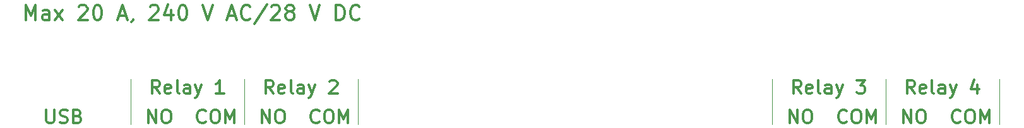
<source format=gto>
%TF.GenerationSoftware,KiCad,Pcbnew,5.1.10-88a1d61d58~90~ubuntu20.04.1*%
%TF.CreationDate,2021-10-18T00:01:49+03:00*%
%TF.ProjectId,PRS_rear_panel,5052535f-7265-4617-925f-70616e656c2e,rev?*%
%TF.SameCoordinates,Original*%
%TF.FileFunction,Legend,Top*%
%TF.FilePolarity,Positive*%
%FSLAX46Y46*%
G04 Gerber Fmt 4.6, Leading zero omitted, Abs format (unit mm)*
G04 Created by KiCad (PCBNEW 5.1.10-88a1d61d58~90~ubuntu20.04.1) date 2021-10-18 00:01:49*
%MOMM*%
%LPD*%
G01*
G04 APERTURE LIST*
%ADD10C,0.350000*%
%ADD11C,0.120000*%
G04 APERTURE END LIST*
D10*
X68703690Y-54904761D02*
X68703690Y-52904761D01*
X69370357Y-54333333D01*
X70037023Y-52904761D01*
X70037023Y-54904761D01*
X71846547Y-54904761D02*
X71846547Y-53857142D01*
X71751309Y-53666666D01*
X71560833Y-53571428D01*
X71179880Y-53571428D01*
X70989404Y-53666666D01*
X71846547Y-54809523D02*
X71656071Y-54904761D01*
X71179880Y-54904761D01*
X70989404Y-54809523D01*
X70894166Y-54619047D01*
X70894166Y-54428571D01*
X70989404Y-54238095D01*
X71179880Y-54142857D01*
X71656071Y-54142857D01*
X71846547Y-54047619D01*
X72608452Y-54904761D02*
X73656071Y-53571428D01*
X72608452Y-53571428D02*
X73656071Y-54904761D01*
X75846547Y-53095238D02*
X75941785Y-53000000D01*
X76132261Y-52904761D01*
X76608452Y-52904761D01*
X76798928Y-53000000D01*
X76894166Y-53095238D01*
X76989404Y-53285714D01*
X76989404Y-53476190D01*
X76894166Y-53761904D01*
X75751309Y-54904761D01*
X76989404Y-54904761D01*
X78227500Y-52904761D02*
X78417976Y-52904761D01*
X78608452Y-53000000D01*
X78703690Y-53095238D01*
X78798928Y-53285714D01*
X78894166Y-53666666D01*
X78894166Y-54142857D01*
X78798928Y-54523809D01*
X78703690Y-54714285D01*
X78608452Y-54809523D01*
X78417976Y-54904761D01*
X78227500Y-54904761D01*
X78037023Y-54809523D01*
X77941785Y-54714285D01*
X77846547Y-54523809D01*
X77751309Y-54142857D01*
X77751309Y-53666666D01*
X77846547Y-53285714D01*
X77941785Y-53095238D01*
X78037023Y-53000000D01*
X78227500Y-52904761D01*
X81179880Y-54333333D02*
X82132261Y-54333333D01*
X80989404Y-54904761D02*
X81656071Y-52904761D01*
X82322738Y-54904761D01*
X83084642Y-54809523D02*
X83084642Y-54904761D01*
X82989404Y-55095238D01*
X82894166Y-55190476D01*
X85370357Y-53095238D02*
X85465595Y-53000000D01*
X85656071Y-52904761D01*
X86132261Y-52904761D01*
X86322738Y-53000000D01*
X86417976Y-53095238D01*
X86513214Y-53285714D01*
X86513214Y-53476190D01*
X86417976Y-53761904D01*
X85275119Y-54904761D01*
X86513214Y-54904761D01*
X88227500Y-53571428D02*
X88227500Y-54904761D01*
X87751309Y-52809523D02*
X87275119Y-54238095D01*
X88513214Y-54238095D01*
X89656071Y-52904761D02*
X89846547Y-52904761D01*
X90037023Y-53000000D01*
X90132261Y-53095238D01*
X90227500Y-53285714D01*
X90322738Y-53666666D01*
X90322738Y-54142857D01*
X90227500Y-54523809D01*
X90132261Y-54714285D01*
X90037023Y-54809523D01*
X89846547Y-54904761D01*
X89656071Y-54904761D01*
X89465595Y-54809523D01*
X89370357Y-54714285D01*
X89275119Y-54523809D01*
X89179880Y-54142857D01*
X89179880Y-53666666D01*
X89275119Y-53285714D01*
X89370357Y-53095238D01*
X89465595Y-53000000D01*
X89656071Y-52904761D01*
X92417976Y-52904761D02*
X93084642Y-54904761D01*
X93751309Y-52904761D01*
X95846547Y-54333333D02*
X96798928Y-54333333D01*
X95656071Y-54904761D02*
X96322738Y-52904761D01*
X96989404Y-54904761D01*
X98798928Y-54714285D02*
X98703690Y-54809523D01*
X98417976Y-54904761D01*
X98227499Y-54904761D01*
X97941785Y-54809523D01*
X97751309Y-54619047D01*
X97656071Y-54428571D01*
X97560833Y-54047619D01*
X97560833Y-53761904D01*
X97656071Y-53380952D01*
X97751309Y-53190476D01*
X97941785Y-53000000D01*
X98227499Y-52904761D01*
X98417976Y-52904761D01*
X98703690Y-53000000D01*
X98798928Y-53095238D01*
X101084642Y-52809523D02*
X99370357Y-55380952D01*
X101656071Y-53095238D02*
X101751309Y-53000000D01*
X101941785Y-52904761D01*
X102417976Y-52904761D01*
X102608452Y-53000000D01*
X102703690Y-53095238D01*
X102798928Y-53285714D01*
X102798928Y-53476190D01*
X102703690Y-53761904D01*
X101560833Y-54904761D01*
X102798928Y-54904761D01*
X103941785Y-53761904D02*
X103751309Y-53666666D01*
X103656071Y-53571428D01*
X103560833Y-53380952D01*
X103560833Y-53285714D01*
X103656071Y-53095238D01*
X103751309Y-53000000D01*
X103941785Y-52904761D01*
X104322738Y-52904761D01*
X104513214Y-53000000D01*
X104608452Y-53095238D01*
X104703690Y-53285714D01*
X104703690Y-53380952D01*
X104608452Y-53571428D01*
X104513214Y-53666666D01*
X104322738Y-53761904D01*
X103941785Y-53761904D01*
X103751309Y-53857142D01*
X103656071Y-53952380D01*
X103560833Y-54142857D01*
X103560833Y-54523809D01*
X103656071Y-54714285D01*
X103751309Y-54809523D01*
X103941785Y-54904761D01*
X104322738Y-54904761D01*
X104513214Y-54809523D01*
X104608452Y-54714285D01*
X104703690Y-54523809D01*
X104703690Y-54142857D01*
X104608452Y-53952380D01*
X104513214Y-53857142D01*
X104322738Y-53761904D01*
X106798928Y-52904761D02*
X107465595Y-54904761D01*
X108132261Y-52904761D01*
X110322738Y-54904761D02*
X110322738Y-52904761D01*
X110798928Y-52904761D01*
X111084642Y-53000000D01*
X111275119Y-53190476D01*
X111370357Y-53380952D01*
X111465595Y-53761904D01*
X111465595Y-54047619D01*
X111370357Y-54428571D01*
X111275119Y-54619047D01*
X111084642Y-54809523D01*
X110798928Y-54904761D01*
X110322738Y-54904761D01*
X113465595Y-54714285D02*
X113370357Y-54809523D01*
X113084642Y-54904761D01*
X112894166Y-54904761D01*
X112608452Y-54809523D01*
X112417976Y-54619047D01*
X112322738Y-54428571D01*
X112227499Y-54047619D01*
X112227499Y-53761904D01*
X112322738Y-53380952D01*
X112417976Y-53190476D01*
X112608452Y-53000000D01*
X112894166Y-52904761D01*
X113084642Y-52904761D01*
X113370357Y-53000000D01*
X113465595Y-53095238D01*
D11*
X184050000Y-62900000D02*
X184050000Y-69000000D01*
D10*
X171162857Y-68814285D02*
X171162857Y-67014285D01*
X172191428Y-68814285D01*
X172191428Y-67014285D01*
X173391428Y-67014285D02*
X173734285Y-67014285D01*
X173905714Y-67100000D01*
X174077142Y-67271428D01*
X174162857Y-67614285D01*
X174162857Y-68214285D01*
X174077142Y-68557142D01*
X173905714Y-68728571D01*
X173734285Y-68814285D01*
X173391428Y-68814285D01*
X173220000Y-68728571D01*
X173048571Y-68557142D01*
X172962857Y-68214285D01*
X172962857Y-67614285D01*
X173048571Y-67271428D01*
X173220000Y-67100000D01*
X173391428Y-67014285D01*
X187941428Y-64814285D02*
X187341428Y-63957142D01*
X186912857Y-64814285D02*
X186912857Y-63014285D01*
X187598571Y-63014285D01*
X187770000Y-63100000D01*
X187855714Y-63185714D01*
X187941428Y-63357142D01*
X187941428Y-63614285D01*
X187855714Y-63785714D01*
X187770000Y-63871428D01*
X187598571Y-63957142D01*
X186912857Y-63957142D01*
X189398571Y-64728571D02*
X189227142Y-64814285D01*
X188884285Y-64814285D01*
X188712857Y-64728571D01*
X188627142Y-64557142D01*
X188627142Y-63871428D01*
X188712857Y-63700000D01*
X188884285Y-63614285D01*
X189227142Y-63614285D01*
X189398571Y-63700000D01*
X189484285Y-63871428D01*
X189484285Y-64042857D01*
X188627142Y-64214285D01*
X190512857Y-64814285D02*
X190341428Y-64728571D01*
X190255714Y-64557142D01*
X190255714Y-63014285D01*
X191970000Y-64814285D02*
X191970000Y-63871428D01*
X191884285Y-63700000D01*
X191712857Y-63614285D01*
X191370000Y-63614285D01*
X191198571Y-63700000D01*
X191970000Y-64728571D02*
X191798571Y-64814285D01*
X191370000Y-64814285D01*
X191198571Y-64728571D01*
X191112857Y-64557142D01*
X191112857Y-64385714D01*
X191198571Y-64214285D01*
X191370000Y-64128571D01*
X191798571Y-64128571D01*
X191970000Y-64042857D01*
X192655714Y-63614285D02*
X193084285Y-64814285D01*
X193512857Y-63614285D02*
X193084285Y-64814285D01*
X192912857Y-65242857D01*
X192827142Y-65328571D01*
X192655714Y-65414285D01*
X196341428Y-63614285D02*
X196341428Y-64814285D01*
X195912857Y-62928571D02*
X195484285Y-64214285D01*
X196598571Y-64214285D01*
X178825714Y-68642857D02*
X178740000Y-68728571D01*
X178482857Y-68814285D01*
X178311428Y-68814285D01*
X178054285Y-68728571D01*
X177882857Y-68557142D01*
X177797142Y-68385714D01*
X177711428Y-68042857D01*
X177711428Y-67785714D01*
X177797142Y-67442857D01*
X177882857Y-67271428D01*
X178054285Y-67100000D01*
X178311428Y-67014285D01*
X178482857Y-67014285D01*
X178740000Y-67100000D01*
X178825714Y-67185714D01*
X179940000Y-67014285D02*
X180282857Y-67014285D01*
X180454285Y-67100000D01*
X180625714Y-67271428D01*
X180711428Y-67614285D01*
X180711428Y-68214285D01*
X180625714Y-68557142D01*
X180454285Y-68728571D01*
X180282857Y-68814285D01*
X179940000Y-68814285D01*
X179768571Y-68728571D01*
X179597142Y-68557142D01*
X179511428Y-68214285D01*
X179511428Y-67614285D01*
X179597142Y-67271428D01*
X179768571Y-67100000D01*
X179940000Y-67014285D01*
X181482857Y-68814285D02*
X181482857Y-67014285D01*
X182082857Y-68300000D01*
X182682857Y-67014285D01*
X182682857Y-68814285D01*
X194065714Y-68642857D02*
X193980000Y-68728571D01*
X193722857Y-68814285D01*
X193551428Y-68814285D01*
X193294285Y-68728571D01*
X193122857Y-68557142D01*
X193037142Y-68385714D01*
X192951428Y-68042857D01*
X192951428Y-67785714D01*
X193037142Y-67442857D01*
X193122857Y-67271428D01*
X193294285Y-67100000D01*
X193551428Y-67014285D01*
X193722857Y-67014285D01*
X193980000Y-67100000D01*
X194065714Y-67185714D01*
X195180000Y-67014285D02*
X195522857Y-67014285D01*
X195694285Y-67100000D01*
X195865714Y-67271428D01*
X195951428Y-67614285D01*
X195951428Y-68214285D01*
X195865714Y-68557142D01*
X195694285Y-68728571D01*
X195522857Y-68814285D01*
X195180000Y-68814285D01*
X195008571Y-68728571D01*
X194837142Y-68557142D01*
X194751428Y-68214285D01*
X194751428Y-67614285D01*
X194837142Y-67271428D01*
X195008571Y-67100000D01*
X195180000Y-67014285D01*
X196722857Y-68814285D02*
X196722857Y-67014285D01*
X197322857Y-68300000D01*
X197922857Y-67014285D01*
X197922857Y-68814285D01*
D11*
X199280000Y-62900000D02*
X199280000Y-69000000D01*
D10*
X172701428Y-64814285D02*
X172101428Y-63957142D01*
X171672857Y-64814285D02*
X171672857Y-63014285D01*
X172358571Y-63014285D01*
X172530000Y-63100000D01*
X172615714Y-63185714D01*
X172701428Y-63357142D01*
X172701428Y-63614285D01*
X172615714Y-63785714D01*
X172530000Y-63871428D01*
X172358571Y-63957142D01*
X171672857Y-63957142D01*
X174158571Y-64728571D02*
X173987142Y-64814285D01*
X173644285Y-64814285D01*
X173472857Y-64728571D01*
X173387142Y-64557142D01*
X173387142Y-63871428D01*
X173472857Y-63700000D01*
X173644285Y-63614285D01*
X173987142Y-63614285D01*
X174158571Y-63700000D01*
X174244285Y-63871428D01*
X174244285Y-64042857D01*
X173387142Y-64214285D01*
X175272857Y-64814285D02*
X175101428Y-64728571D01*
X175015714Y-64557142D01*
X175015714Y-63014285D01*
X176730000Y-64814285D02*
X176730000Y-63871428D01*
X176644285Y-63700000D01*
X176472857Y-63614285D01*
X176130000Y-63614285D01*
X175958571Y-63700000D01*
X176730000Y-64728571D02*
X176558571Y-64814285D01*
X176130000Y-64814285D01*
X175958571Y-64728571D01*
X175872857Y-64557142D01*
X175872857Y-64385714D01*
X175958571Y-64214285D01*
X176130000Y-64128571D01*
X176558571Y-64128571D01*
X176730000Y-64042857D01*
X177415714Y-63614285D02*
X177844285Y-64814285D01*
X178272857Y-63614285D02*
X177844285Y-64814285D01*
X177672857Y-65242857D01*
X177587142Y-65328571D01*
X177415714Y-65414285D01*
X180158571Y-63014285D02*
X181272857Y-63014285D01*
X180672857Y-63700000D01*
X180930000Y-63700000D01*
X181101428Y-63785714D01*
X181187142Y-63871428D01*
X181272857Y-64042857D01*
X181272857Y-64471428D01*
X181187142Y-64642857D01*
X181101428Y-64728571D01*
X180930000Y-64814285D01*
X180415714Y-64814285D01*
X180244285Y-64728571D01*
X180158571Y-64642857D01*
D11*
X168820000Y-62900000D02*
X168820000Y-69000000D01*
D10*
X186402857Y-68814285D02*
X186402857Y-67014285D01*
X187431428Y-68814285D01*
X187431428Y-67014285D01*
X188631428Y-67014285D02*
X188974285Y-67014285D01*
X189145714Y-67100000D01*
X189317142Y-67271428D01*
X189402857Y-67614285D01*
X189402857Y-68214285D01*
X189317142Y-68557142D01*
X189145714Y-68728571D01*
X188974285Y-68814285D01*
X188631428Y-68814285D01*
X188460000Y-68728571D01*
X188288571Y-68557142D01*
X188202857Y-68214285D01*
X188202857Y-67614285D01*
X188288571Y-67271428D01*
X188460000Y-67100000D01*
X188631428Y-67014285D01*
D11*
X113280000Y-62900000D02*
X113280000Y-69000000D01*
X82820000Y-62900000D02*
X82820000Y-69000000D01*
X98050000Y-62900000D02*
X98050000Y-69000000D01*
D10*
X101941428Y-64814285D02*
X101341428Y-63957142D01*
X100912857Y-64814285D02*
X100912857Y-63014285D01*
X101598571Y-63014285D01*
X101770000Y-63100000D01*
X101855714Y-63185714D01*
X101941428Y-63357142D01*
X101941428Y-63614285D01*
X101855714Y-63785714D01*
X101770000Y-63871428D01*
X101598571Y-63957142D01*
X100912857Y-63957142D01*
X103398571Y-64728571D02*
X103227142Y-64814285D01*
X102884285Y-64814285D01*
X102712857Y-64728571D01*
X102627142Y-64557142D01*
X102627142Y-63871428D01*
X102712857Y-63700000D01*
X102884285Y-63614285D01*
X103227142Y-63614285D01*
X103398571Y-63700000D01*
X103484285Y-63871428D01*
X103484285Y-64042857D01*
X102627142Y-64214285D01*
X104512857Y-64814285D02*
X104341428Y-64728571D01*
X104255714Y-64557142D01*
X104255714Y-63014285D01*
X105970000Y-64814285D02*
X105970000Y-63871428D01*
X105884285Y-63700000D01*
X105712857Y-63614285D01*
X105370000Y-63614285D01*
X105198571Y-63700000D01*
X105970000Y-64728571D02*
X105798571Y-64814285D01*
X105370000Y-64814285D01*
X105198571Y-64728571D01*
X105112857Y-64557142D01*
X105112857Y-64385714D01*
X105198571Y-64214285D01*
X105370000Y-64128571D01*
X105798571Y-64128571D01*
X105970000Y-64042857D01*
X106655714Y-63614285D02*
X107084285Y-64814285D01*
X107512857Y-63614285D02*
X107084285Y-64814285D01*
X106912857Y-65242857D01*
X106827142Y-65328571D01*
X106655714Y-65414285D01*
X109484285Y-63185714D02*
X109570000Y-63100000D01*
X109741428Y-63014285D01*
X110170000Y-63014285D01*
X110341428Y-63100000D01*
X110427142Y-63185714D01*
X110512857Y-63357142D01*
X110512857Y-63528571D01*
X110427142Y-63785714D01*
X109398571Y-64814285D01*
X110512857Y-64814285D01*
X108065714Y-68642857D02*
X107980000Y-68728571D01*
X107722857Y-68814285D01*
X107551428Y-68814285D01*
X107294285Y-68728571D01*
X107122857Y-68557142D01*
X107037142Y-68385714D01*
X106951428Y-68042857D01*
X106951428Y-67785714D01*
X107037142Y-67442857D01*
X107122857Y-67271428D01*
X107294285Y-67100000D01*
X107551428Y-67014285D01*
X107722857Y-67014285D01*
X107980000Y-67100000D01*
X108065714Y-67185714D01*
X109180000Y-67014285D02*
X109522857Y-67014285D01*
X109694285Y-67100000D01*
X109865714Y-67271428D01*
X109951428Y-67614285D01*
X109951428Y-68214285D01*
X109865714Y-68557142D01*
X109694285Y-68728571D01*
X109522857Y-68814285D01*
X109180000Y-68814285D01*
X109008571Y-68728571D01*
X108837142Y-68557142D01*
X108751428Y-68214285D01*
X108751428Y-67614285D01*
X108837142Y-67271428D01*
X109008571Y-67100000D01*
X109180000Y-67014285D01*
X110722857Y-68814285D02*
X110722857Y-67014285D01*
X111322857Y-68300000D01*
X111922857Y-67014285D01*
X111922857Y-68814285D01*
X100402857Y-68814285D02*
X100402857Y-67014285D01*
X101431428Y-68814285D01*
X101431428Y-67014285D01*
X102631428Y-67014285D02*
X102974285Y-67014285D01*
X103145714Y-67100000D01*
X103317142Y-67271428D01*
X103402857Y-67614285D01*
X103402857Y-68214285D01*
X103317142Y-68557142D01*
X103145714Y-68728571D01*
X102974285Y-68814285D01*
X102631428Y-68814285D01*
X102460000Y-68728571D01*
X102288571Y-68557142D01*
X102202857Y-68214285D01*
X102202857Y-67614285D01*
X102288571Y-67271428D01*
X102460000Y-67100000D01*
X102631428Y-67014285D01*
X86701428Y-64814285D02*
X86101428Y-63957142D01*
X85672857Y-64814285D02*
X85672857Y-63014285D01*
X86358571Y-63014285D01*
X86530000Y-63100000D01*
X86615714Y-63185714D01*
X86701428Y-63357142D01*
X86701428Y-63614285D01*
X86615714Y-63785714D01*
X86530000Y-63871428D01*
X86358571Y-63957142D01*
X85672857Y-63957142D01*
X88158571Y-64728571D02*
X87987142Y-64814285D01*
X87644285Y-64814285D01*
X87472857Y-64728571D01*
X87387142Y-64557142D01*
X87387142Y-63871428D01*
X87472857Y-63700000D01*
X87644285Y-63614285D01*
X87987142Y-63614285D01*
X88158571Y-63700000D01*
X88244285Y-63871428D01*
X88244285Y-64042857D01*
X87387142Y-64214285D01*
X89272857Y-64814285D02*
X89101428Y-64728571D01*
X89015714Y-64557142D01*
X89015714Y-63014285D01*
X90730000Y-64814285D02*
X90730000Y-63871428D01*
X90644285Y-63700000D01*
X90472857Y-63614285D01*
X90130000Y-63614285D01*
X89958571Y-63700000D01*
X90730000Y-64728571D02*
X90558571Y-64814285D01*
X90130000Y-64814285D01*
X89958571Y-64728571D01*
X89872857Y-64557142D01*
X89872857Y-64385714D01*
X89958571Y-64214285D01*
X90130000Y-64128571D01*
X90558571Y-64128571D01*
X90730000Y-64042857D01*
X91415714Y-63614285D02*
X91844285Y-64814285D01*
X92272857Y-63614285D02*
X91844285Y-64814285D01*
X91672857Y-65242857D01*
X91587142Y-65328571D01*
X91415714Y-65414285D01*
X95272857Y-64814285D02*
X94244285Y-64814285D01*
X94758571Y-64814285D02*
X94758571Y-63014285D01*
X94587142Y-63271428D01*
X94415714Y-63442857D01*
X94244285Y-63528571D01*
X92825714Y-68642857D02*
X92740000Y-68728571D01*
X92482857Y-68814285D01*
X92311428Y-68814285D01*
X92054285Y-68728571D01*
X91882857Y-68557142D01*
X91797142Y-68385714D01*
X91711428Y-68042857D01*
X91711428Y-67785714D01*
X91797142Y-67442857D01*
X91882857Y-67271428D01*
X92054285Y-67100000D01*
X92311428Y-67014285D01*
X92482857Y-67014285D01*
X92740000Y-67100000D01*
X92825714Y-67185714D01*
X93940000Y-67014285D02*
X94282857Y-67014285D01*
X94454285Y-67100000D01*
X94625714Y-67271428D01*
X94711428Y-67614285D01*
X94711428Y-68214285D01*
X94625714Y-68557142D01*
X94454285Y-68728571D01*
X94282857Y-68814285D01*
X93940000Y-68814285D01*
X93768571Y-68728571D01*
X93597142Y-68557142D01*
X93511428Y-68214285D01*
X93511428Y-67614285D01*
X93597142Y-67271428D01*
X93768571Y-67100000D01*
X93940000Y-67014285D01*
X95482857Y-68814285D02*
X95482857Y-67014285D01*
X96082857Y-68300000D01*
X96682857Y-67014285D01*
X96682857Y-68814285D01*
X85162857Y-68814285D02*
X85162857Y-67014285D01*
X86191428Y-68814285D01*
X86191428Y-67014285D01*
X87391428Y-67014285D02*
X87734285Y-67014285D01*
X87905714Y-67100000D01*
X88077142Y-67271428D01*
X88162857Y-67614285D01*
X88162857Y-68214285D01*
X88077142Y-68557142D01*
X87905714Y-68728571D01*
X87734285Y-68814285D01*
X87391428Y-68814285D01*
X87220000Y-68728571D01*
X87048571Y-68557142D01*
X86962857Y-68214285D01*
X86962857Y-67614285D01*
X87048571Y-67271428D01*
X87220000Y-67100000D01*
X87391428Y-67014285D01*
X71478571Y-67014285D02*
X71478571Y-68471428D01*
X71564285Y-68642857D01*
X71650000Y-68728571D01*
X71821428Y-68814285D01*
X72164285Y-68814285D01*
X72335714Y-68728571D01*
X72421428Y-68642857D01*
X72507142Y-68471428D01*
X72507142Y-67014285D01*
X73278571Y-68728571D02*
X73535714Y-68814285D01*
X73964285Y-68814285D01*
X74135714Y-68728571D01*
X74221428Y-68642857D01*
X74307142Y-68471428D01*
X74307142Y-68300000D01*
X74221428Y-68128571D01*
X74135714Y-68042857D01*
X73964285Y-67957142D01*
X73621428Y-67871428D01*
X73450000Y-67785714D01*
X73364285Y-67700000D01*
X73278571Y-67528571D01*
X73278571Y-67357142D01*
X73364285Y-67185714D01*
X73450000Y-67100000D01*
X73621428Y-67014285D01*
X74050000Y-67014285D01*
X74307142Y-67100000D01*
X75678571Y-67871428D02*
X75935714Y-67957142D01*
X76021428Y-68042857D01*
X76107142Y-68214285D01*
X76107142Y-68471428D01*
X76021428Y-68642857D01*
X75935714Y-68728571D01*
X75764285Y-68814285D01*
X75078571Y-68814285D01*
X75078571Y-67014285D01*
X75678571Y-67014285D01*
X75850000Y-67100000D01*
X75935714Y-67185714D01*
X76021428Y-67357142D01*
X76021428Y-67528571D01*
X75935714Y-67700000D01*
X75850000Y-67785714D01*
X75678571Y-67871428D01*
X75078571Y-67871428D01*
%LPC*%
M02*

</source>
